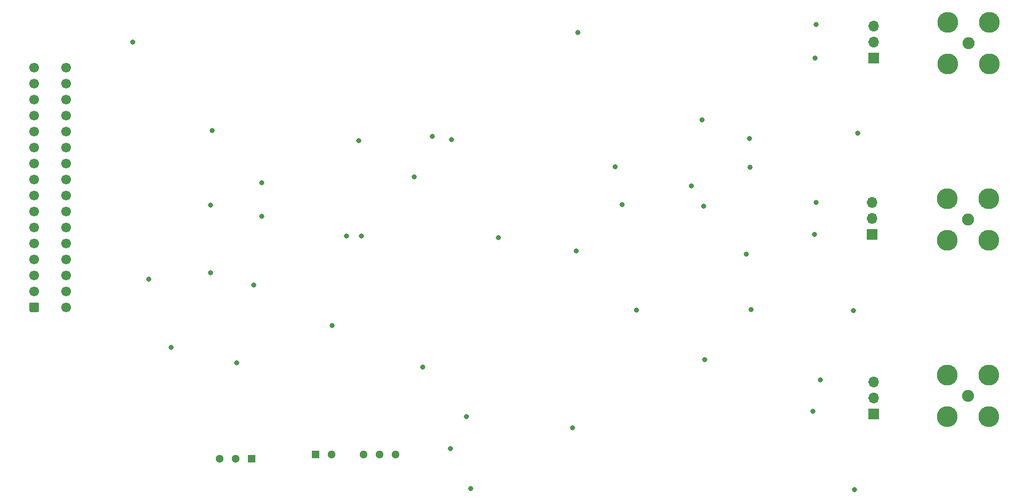
<source format=gbl>
G04 #@! TF.GenerationSoftware,KiCad,Pcbnew,(5.1.10)-1*
G04 #@! TF.CreationDate,2022-03-21T21:51:29-04:00*
G04 #@! TF.ProjectId,MC-ADC,4d432d41-4443-42e6-9b69-6361645f7063,rev?*
G04 #@! TF.SameCoordinates,Original*
G04 #@! TF.FileFunction,Copper,L4,Bot*
G04 #@! TF.FilePolarity,Positive*
%FSLAX46Y46*%
G04 Gerber Fmt 4.6, Leading zero omitted, Abs format (unit mm)*
G04 Created by KiCad (PCBNEW (5.1.10)-1) date 2022-03-21 21:51:29*
%MOMM*%
%LPD*%
G01*
G04 APERTURE LIST*
G04 #@! TA.AperFunction,ComponentPad*
%ADD10C,3.315000*%
G04 #@! TD*
G04 #@! TA.AperFunction,ComponentPad*
%ADD11C,1.905000*%
G04 #@! TD*
G04 #@! TA.AperFunction,ComponentPad*
%ADD12C,1.300000*%
G04 #@! TD*
G04 #@! TA.AperFunction,ComponentPad*
%ADD13R,1.300000X1.300000*%
G04 #@! TD*
G04 #@! TA.AperFunction,ComponentPad*
%ADD14O,1.700000X1.700000*%
G04 #@! TD*
G04 #@! TA.AperFunction,ComponentPad*
%ADD15R,1.700000X1.700000*%
G04 #@! TD*
G04 #@! TA.AperFunction,ComponentPad*
%ADD16C,1.550000*%
G04 #@! TD*
G04 #@! TA.AperFunction,ViaPad*
%ADD17C,0.800000*%
G04 #@! TD*
G04 APERTURE END LIST*
D10*
X226250760Y-64985360D03*
X226250760Y-71585360D03*
X219650760Y-71585360D03*
X219650760Y-64985360D03*
D11*
X222950760Y-68285360D03*
D10*
X226194880Y-120972040D03*
X226194880Y-127572040D03*
X219594880Y-127572040D03*
X219594880Y-120972040D03*
D11*
X222894880Y-124272040D03*
D10*
X226179640Y-92955840D03*
X226179640Y-99555840D03*
X219579640Y-99555840D03*
X219579640Y-92955840D03*
D11*
X222879640Y-96255840D03*
D12*
X131909820Y-133586220D03*
X129369820Y-133586220D03*
X126829820Y-133586220D03*
X121749820Y-133586220D03*
D13*
X119209820Y-133586220D03*
D12*
X106491420Y-134344680D03*
D13*
X109031420Y-134344680D03*
D12*
X103951420Y-134344680D03*
D14*
X207850740Y-122072400D03*
X207850740Y-124612400D03*
D15*
X207850740Y-127152400D03*
D14*
X207612640Y-93595160D03*
X207612640Y-96135160D03*
D15*
X207612640Y-98675160D03*
D14*
X207891380Y-65595500D03*
X207891380Y-68135500D03*
D15*
X207891380Y-70675500D03*
D16*
X79608680Y-72133460D03*
X79608680Y-74673460D03*
X79608680Y-77213460D03*
X79608680Y-79753460D03*
X79608680Y-82293460D03*
X79608680Y-84833460D03*
X79608680Y-87373460D03*
X79608680Y-89913460D03*
X79608680Y-92453460D03*
X79608680Y-94993460D03*
X79608680Y-97533460D03*
X79608680Y-100073460D03*
X79608680Y-102613460D03*
X79608680Y-105153460D03*
X79608680Y-107693460D03*
X79608680Y-110233460D03*
X74528680Y-72133460D03*
X74528680Y-74673460D03*
X74528680Y-77213460D03*
X74528680Y-79753460D03*
X74528680Y-82293460D03*
X74528680Y-84833460D03*
X74528680Y-87373460D03*
X74528680Y-89913460D03*
X74528680Y-92453460D03*
X74528680Y-94993460D03*
X74528680Y-97533460D03*
X74528680Y-100073460D03*
X74528680Y-102613460D03*
X74528680Y-105153460D03*
X74528680Y-107693460D03*
G04 #@! TA.AperFunction,ComponentPad*
G36*
G01*
X75053681Y-111008460D02*
X74003679Y-111008460D01*
G75*
G02*
X73753680Y-110758461I0J249999D01*
G01*
X73753680Y-109708459D01*
G75*
G02*
X74003679Y-109458460I249999J0D01*
G01*
X75053681Y-109458460D01*
G75*
G02*
X75303680Y-109708459I0J-249999D01*
G01*
X75303680Y-110758461D01*
G75*
G02*
X75053681Y-111008460I-249999J0D01*
G01*
G37*
G04 #@! TD.AperFunction*
D17*
X199415400Y-121813320D03*
X198231760Y-126801880D03*
X204810360Y-139192000D03*
X198765160Y-93568520D03*
X198455280Y-98679000D03*
X204668120Y-110789720D03*
X198770240Y-65323720D03*
X198567040Y-70652640D03*
X205318360Y-82570320D03*
X134858760Y-89529920D03*
X140853160Y-83621880D03*
X160588960Y-101305360D03*
X170192700Y-110683040D03*
X143855440Y-139049760D03*
X167919400Y-93888560D03*
X166827200Y-87899240D03*
X160916620Y-66532760D03*
X148242020Y-99159060D03*
X159999680Y-129374900D03*
X96268540Y-116646960D03*
X92753180Y-105742740D03*
X109428280Y-106702860D03*
X102552500Y-104734360D03*
X102798880Y-82125820D03*
X102585520Y-94018100D03*
X110703360Y-90431620D03*
X110670340Y-95780860D03*
X124170440Y-98945700D03*
X121866660Y-113157000D03*
X126466600Y-98945700D03*
X90225880Y-68072000D03*
X106662220Y-119029480D03*
X126085600Y-83761580D03*
X136225280Y-119755920D03*
X137805160Y-83073240D03*
X143192500Y-127576580D03*
X178884580Y-90975180D03*
X180891180Y-94152720D03*
X180652420Y-80454500D03*
X181020720Y-118551960D03*
X140685520Y-132735320D03*
X187609480Y-101793040D03*
X188267340Y-87955120D03*
X188142880Y-83405980D03*
X188407040Y-110606840D03*
M02*

</source>
